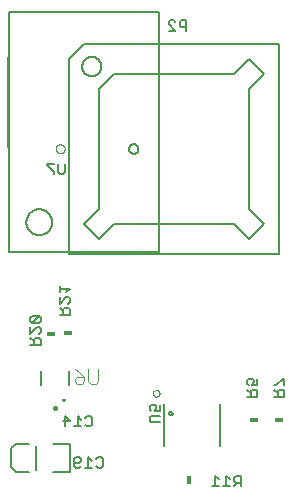
<source format=gbr>
G04 EAGLE Gerber RS-274X export*
G75*
%MOMM*%
%FSLAX34Y34*%
%LPD*%
%INSilkscreen Bottom*%
%IPPOS*%
%AMOC8*
5,1,8,0,0,1.08239X$1,22.5*%
G01*
%ADD10C,0.101600*%
%ADD11C,0.203200*%
%ADD12C,0.127000*%
%ADD13C,0.152400*%
%ADD14R,0.406400X0.711200*%
%ADD15R,0.762000X0.457200*%
%ADD16C,0.406400*%
%ADD17R,0.711200X0.406400*%
%ADD18C,0.076200*%


D10*
X124160Y111760D02*
X124162Y111866D01*
X124168Y111972D01*
X124178Y112078D01*
X124192Y112183D01*
X124210Y112288D01*
X124231Y112392D01*
X124257Y112495D01*
X124286Y112597D01*
X124319Y112698D01*
X124356Y112798D01*
X124397Y112896D01*
X124441Y112992D01*
X124489Y113087D01*
X124540Y113180D01*
X124595Y113271D01*
X124653Y113360D01*
X124715Y113446D01*
X124780Y113531D01*
X124847Y113612D01*
X124918Y113692D01*
X124992Y113768D01*
X125068Y113842D01*
X125148Y113913D01*
X125229Y113980D01*
X125314Y114045D01*
X125400Y114107D01*
X125489Y114165D01*
X125580Y114220D01*
X125673Y114271D01*
X125768Y114319D01*
X125864Y114363D01*
X125962Y114404D01*
X126062Y114441D01*
X126163Y114474D01*
X126265Y114503D01*
X126368Y114529D01*
X126472Y114550D01*
X126577Y114568D01*
X126682Y114582D01*
X126788Y114592D01*
X126894Y114598D01*
X127000Y114600D01*
X127106Y114598D01*
X127212Y114592D01*
X127318Y114582D01*
X127423Y114568D01*
X127528Y114550D01*
X127632Y114529D01*
X127735Y114503D01*
X127837Y114474D01*
X127938Y114441D01*
X128038Y114404D01*
X128136Y114363D01*
X128232Y114319D01*
X128327Y114271D01*
X128420Y114220D01*
X128511Y114165D01*
X128600Y114107D01*
X128686Y114045D01*
X128771Y113980D01*
X128852Y113913D01*
X128932Y113842D01*
X129008Y113768D01*
X129082Y113692D01*
X129153Y113612D01*
X129220Y113531D01*
X129285Y113446D01*
X129347Y113360D01*
X129405Y113271D01*
X129460Y113180D01*
X129511Y113087D01*
X129559Y112992D01*
X129603Y112896D01*
X129644Y112798D01*
X129681Y112698D01*
X129714Y112597D01*
X129743Y112495D01*
X129769Y112392D01*
X129790Y112288D01*
X129808Y112183D01*
X129822Y112078D01*
X129832Y111972D01*
X129838Y111866D01*
X129840Y111760D01*
X129838Y111654D01*
X129832Y111548D01*
X129822Y111442D01*
X129808Y111337D01*
X129790Y111232D01*
X129769Y111128D01*
X129743Y111025D01*
X129714Y110923D01*
X129681Y110822D01*
X129644Y110722D01*
X129603Y110624D01*
X129559Y110528D01*
X129511Y110433D01*
X129460Y110340D01*
X129405Y110249D01*
X129347Y110160D01*
X129285Y110074D01*
X129220Y109989D01*
X129153Y109908D01*
X129082Y109828D01*
X129008Y109752D01*
X128932Y109678D01*
X128852Y109607D01*
X128771Y109540D01*
X128686Y109475D01*
X128600Y109413D01*
X128511Y109355D01*
X128420Y109300D01*
X128327Y109249D01*
X128232Y109201D01*
X128136Y109157D01*
X128038Y109116D01*
X127938Y109079D01*
X127837Y109046D01*
X127735Y109017D01*
X127632Y108991D01*
X127528Y108970D01*
X127423Y108952D01*
X127318Y108938D01*
X127212Y108928D01*
X127106Y108922D01*
X127000Y108920D01*
X126894Y108922D01*
X126788Y108928D01*
X126682Y108938D01*
X126577Y108952D01*
X126472Y108970D01*
X126368Y108991D01*
X126265Y109017D01*
X126163Y109046D01*
X126062Y109079D01*
X125962Y109116D01*
X125864Y109157D01*
X125768Y109201D01*
X125673Y109249D01*
X125580Y109300D01*
X125489Y109355D01*
X125400Y109413D01*
X125314Y109475D01*
X125229Y109540D01*
X125148Y109607D01*
X125068Y109678D01*
X124992Y109752D01*
X124918Y109828D01*
X124847Y109908D01*
X124780Y109989D01*
X124715Y110074D01*
X124653Y110160D01*
X124595Y110249D01*
X124540Y110340D01*
X124489Y110433D01*
X124441Y110528D01*
X124397Y110624D01*
X124356Y110722D01*
X124319Y110822D01*
X124286Y110923D01*
X124257Y111025D01*
X124231Y111128D01*
X124210Y111232D01*
X124192Y111337D01*
X124178Y111442D01*
X124168Y111548D01*
X124162Y111654D01*
X124160Y111760D01*
X41910Y318770D02*
X41912Y318893D01*
X41918Y319017D01*
X41928Y319140D01*
X41942Y319262D01*
X41960Y319384D01*
X41982Y319506D01*
X42007Y319626D01*
X42037Y319746D01*
X42071Y319865D01*
X42108Y319983D01*
X42149Y320099D01*
X42194Y320214D01*
X42243Y320327D01*
X42295Y320439D01*
X42351Y320549D01*
X42410Y320657D01*
X42473Y320763D01*
X42539Y320867D01*
X42609Y320969D01*
X42682Y321069D01*
X42758Y321166D01*
X42837Y321261D01*
X42919Y321353D01*
X43004Y321442D01*
X43092Y321529D01*
X43183Y321612D01*
X43276Y321693D01*
X43372Y321771D01*
X43471Y321845D01*
X43571Y321916D01*
X43674Y321984D01*
X43779Y322049D01*
X43887Y322110D01*
X43996Y322168D01*
X44107Y322222D01*
X44219Y322272D01*
X44334Y322319D01*
X44449Y322362D01*
X44566Y322401D01*
X44684Y322437D01*
X44804Y322468D01*
X44924Y322496D01*
X45045Y322520D01*
X45167Y322540D01*
X45289Y322556D01*
X45412Y322568D01*
X45535Y322576D01*
X45658Y322580D01*
X45782Y322580D01*
X45905Y322576D01*
X46028Y322568D01*
X46151Y322556D01*
X46273Y322540D01*
X46395Y322520D01*
X46516Y322496D01*
X46636Y322468D01*
X46756Y322437D01*
X46874Y322401D01*
X46991Y322362D01*
X47106Y322319D01*
X47221Y322272D01*
X47333Y322222D01*
X47444Y322168D01*
X47553Y322110D01*
X47661Y322049D01*
X47766Y321984D01*
X47869Y321916D01*
X47969Y321845D01*
X48068Y321771D01*
X48164Y321693D01*
X48257Y321612D01*
X48348Y321529D01*
X48436Y321442D01*
X48521Y321353D01*
X48603Y321261D01*
X48682Y321166D01*
X48758Y321069D01*
X48831Y320969D01*
X48901Y320867D01*
X48967Y320763D01*
X49030Y320657D01*
X49089Y320549D01*
X49145Y320439D01*
X49197Y320327D01*
X49246Y320214D01*
X49291Y320099D01*
X49332Y319983D01*
X49369Y319865D01*
X49403Y319746D01*
X49433Y319626D01*
X49458Y319506D01*
X49480Y319384D01*
X49498Y319262D01*
X49512Y319140D01*
X49522Y319017D01*
X49528Y318893D01*
X49530Y318770D01*
X49528Y318647D01*
X49522Y318523D01*
X49512Y318400D01*
X49498Y318278D01*
X49480Y318156D01*
X49458Y318034D01*
X49433Y317914D01*
X49403Y317794D01*
X49369Y317675D01*
X49332Y317557D01*
X49291Y317441D01*
X49246Y317326D01*
X49197Y317213D01*
X49145Y317101D01*
X49089Y316991D01*
X49030Y316883D01*
X48967Y316777D01*
X48901Y316673D01*
X48831Y316571D01*
X48758Y316471D01*
X48682Y316374D01*
X48603Y316279D01*
X48521Y316187D01*
X48436Y316098D01*
X48348Y316011D01*
X48257Y315928D01*
X48164Y315847D01*
X48068Y315769D01*
X47969Y315695D01*
X47869Y315624D01*
X47766Y315556D01*
X47661Y315491D01*
X47553Y315430D01*
X47444Y315372D01*
X47333Y315318D01*
X47221Y315268D01*
X47106Y315221D01*
X46991Y315178D01*
X46874Y315139D01*
X46756Y315103D01*
X46636Y315072D01*
X46516Y315044D01*
X46395Y315020D01*
X46273Y315000D01*
X46151Y314984D01*
X46028Y314972D01*
X45905Y314964D01*
X45782Y314960D01*
X45658Y314960D01*
X45535Y314964D01*
X45412Y314972D01*
X45289Y314984D01*
X45167Y315000D01*
X45045Y315020D01*
X44924Y315044D01*
X44804Y315072D01*
X44684Y315103D01*
X44566Y315139D01*
X44449Y315178D01*
X44334Y315221D01*
X44219Y315268D01*
X44107Y315318D01*
X43996Y315372D01*
X43887Y315430D01*
X43779Y315491D01*
X43674Y315556D01*
X43571Y315624D01*
X43471Y315695D01*
X43372Y315769D01*
X43276Y315847D01*
X43183Y315928D01*
X43092Y316011D01*
X43004Y316098D01*
X42919Y316187D01*
X42837Y316279D01*
X42758Y316374D01*
X42682Y316471D01*
X42609Y316571D01*
X42539Y316673D01*
X42473Y316777D01*
X42410Y316883D01*
X42351Y316991D01*
X42295Y317101D01*
X42243Y317213D01*
X42194Y317326D01*
X42149Y317441D01*
X42108Y317557D01*
X42071Y317675D01*
X42037Y317794D01*
X42007Y317914D01*
X41982Y318034D01*
X41960Y318156D01*
X41942Y318278D01*
X41928Y318400D01*
X41918Y318523D01*
X41912Y318647D01*
X41910Y318770D01*
D11*
X39210Y45150D02*
X54210Y45150D01*
X54210Y69150D01*
X39210Y69150D01*
X19210Y45150D02*
X8210Y45150D01*
X4210Y49150D01*
X4210Y65150D01*
X8210Y69150D01*
X19210Y69150D01*
D12*
X25400Y67310D02*
X25400Y46990D01*
D13*
X76026Y56065D02*
X77466Y57505D01*
X80347Y57505D01*
X81788Y56065D01*
X81788Y50303D01*
X80347Y48862D01*
X77466Y48862D01*
X76026Y50303D01*
X72433Y54624D02*
X69552Y57505D01*
X69552Y48862D01*
X72433Y48862D02*
X66671Y48862D01*
X63078Y50303D02*
X61637Y48862D01*
X58756Y48862D01*
X57315Y50303D01*
X57315Y56065D01*
X58756Y57505D01*
X61637Y57505D01*
X63078Y56065D01*
X63078Y54624D01*
X61637Y53184D01*
X57315Y53184D01*
D14*
X154940Y38100D03*
D13*
X198628Y41790D02*
X198628Y33147D01*
X198628Y41790D02*
X194306Y41790D01*
X192866Y40350D01*
X192866Y37469D01*
X194306Y36028D01*
X198628Y36028D01*
X195747Y36028D02*
X192866Y33147D01*
X189273Y38909D02*
X186392Y41790D01*
X186392Y33147D01*
X189273Y33147D02*
X183511Y33147D01*
X179918Y38909D02*
X177037Y41790D01*
X177037Y33147D01*
X179918Y33147D02*
X174155Y33147D01*
D15*
X209550Y88900D03*
D13*
X212605Y109052D02*
X203962Y109052D01*
X212605Y109052D02*
X212605Y113373D01*
X211165Y114814D01*
X208284Y114814D01*
X206843Y113373D01*
X206843Y109052D01*
X206843Y111933D02*
X203962Y114814D01*
X212605Y118407D02*
X212605Y124169D01*
X212605Y118407D02*
X208284Y118407D01*
X209724Y121288D01*
X209724Y122729D01*
X208284Y124169D01*
X205403Y124169D01*
X203962Y122729D01*
X203962Y119847D01*
X205403Y118407D01*
D15*
X231140Y88900D03*
D13*
X226822Y109052D02*
X235465Y109052D01*
X235465Y113373D01*
X234025Y114814D01*
X231144Y114814D01*
X229703Y113373D01*
X229703Y109052D01*
X229703Y111933D02*
X226822Y114814D01*
X235465Y118407D02*
X235465Y124169D01*
X234025Y124169D01*
X228263Y118407D01*
X226822Y118407D01*
D12*
X231140Y229870D02*
X53340Y229870D01*
X231140Y229870D02*
X231140Y407670D01*
X66040Y407670D01*
X53340Y394970D01*
X53340Y229870D01*
X78740Y242570D02*
X66040Y255270D01*
X78740Y267970D01*
X78740Y369570D01*
X91440Y382270D01*
X193040Y382270D01*
X205740Y394970D01*
X218440Y382270D01*
X205740Y369570D01*
X205740Y267970D01*
X218440Y255270D01*
X205740Y242570D01*
X193040Y255270D01*
X91440Y255270D01*
X78740Y242570D01*
X64258Y388620D02*
X64260Y388820D01*
X64268Y389019D01*
X64280Y389218D01*
X64297Y389417D01*
X64319Y389615D01*
X64346Y389813D01*
X64378Y390010D01*
X64414Y390206D01*
X64456Y390402D01*
X64502Y390596D01*
X64553Y390789D01*
X64608Y390981D01*
X64668Y391171D01*
X64733Y391360D01*
X64803Y391547D01*
X64877Y391732D01*
X64956Y391915D01*
X65039Y392097D01*
X65126Y392276D01*
X65218Y392453D01*
X65314Y392628D01*
X65415Y392801D01*
X65520Y392971D01*
X65628Y393138D01*
X65741Y393302D01*
X65858Y393464D01*
X65979Y393623D01*
X66104Y393779D01*
X66232Y393932D01*
X66365Y394081D01*
X66500Y394227D01*
X66640Y394370D01*
X66783Y394510D01*
X66929Y394645D01*
X67078Y394778D01*
X67231Y394906D01*
X67387Y395031D01*
X67546Y395152D01*
X67708Y395269D01*
X67872Y395382D01*
X68039Y395490D01*
X68209Y395595D01*
X68382Y395696D01*
X68557Y395792D01*
X68734Y395884D01*
X68913Y395971D01*
X69095Y396054D01*
X69278Y396133D01*
X69463Y396207D01*
X69650Y396277D01*
X69839Y396342D01*
X70029Y396402D01*
X70221Y396457D01*
X70414Y396508D01*
X70608Y396554D01*
X70804Y396596D01*
X71000Y396632D01*
X71197Y396664D01*
X71395Y396691D01*
X71593Y396713D01*
X71792Y396730D01*
X71991Y396742D01*
X72190Y396750D01*
X72390Y396752D01*
X72590Y396750D01*
X72789Y396742D01*
X72988Y396730D01*
X73187Y396713D01*
X73385Y396691D01*
X73583Y396664D01*
X73780Y396632D01*
X73976Y396596D01*
X74172Y396554D01*
X74366Y396508D01*
X74559Y396457D01*
X74751Y396402D01*
X74941Y396342D01*
X75130Y396277D01*
X75317Y396207D01*
X75502Y396133D01*
X75685Y396054D01*
X75867Y395971D01*
X76046Y395884D01*
X76223Y395792D01*
X76398Y395696D01*
X76571Y395595D01*
X76741Y395490D01*
X76908Y395382D01*
X77072Y395269D01*
X77234Y395152D01*
X77393Y395031D01*
X77549Y394906D01*
X77702Y394778D01*
X77851Y394645D01*
X77997Y394510D01*
X78140Y394370D01*
X78280Y394227D01*
X78415Y394081D01*
X78548Y393932D01*
X78676Y393779D01*
X78801Y393623D01*
X78922Y393464D01*
X79039Y393302D01*
X79152Y393138D01*
X79260Y392971D01*
X79365Y392801D01*
X79466Y392628D01*
X79562Y392453D01*
X79654Y392276D01*
X79741Y392097D01*
X79824Y391915D01*
X79903Y391732D01*
X79977Y391547D01*
X80047Y391360D01*
X80112Y391171D01*
X80172Y390981D01*
X80227Y390789D01*
X80278Y390596D01*
X80324Y390402D01*
X80366Y390206D01*
X80402Y390010D01*
X80434Y389813D01*
X80461Y389615D01*
X80483Y389417D01*
X80500Y389218D01*
X80512Y389019D01*
X80520Y388820D01*
X80522Y388620D01*
X80520Y388420D01*
X80512Y388221D01*
X80500Y388022D01*
X80483Y387823D01*
X80461Y387625D01*
X80434Y387427D01*
X80402Y387230D01*
X80366Y387034D01*
X80324Y386838D01*
X80278Y386644D01*
X80227Y386451D01*
X80172Y386259D01*
X80112Y386069D01*
X80047Y385880D01*
X79977Y385693D01*
X79903Y385508D01*
X79824Y385325D01*
X79741Y385143D01*
X79654Y384964D01*
X79562Y384787D01*
X79466Y384612D01*
X79365Y384439D01*
X79260Y384269D01*
X79152Y384102D01*
X79039Y383938D01*
X78922Y383776D01*
X78801Y383617D01*
X78676Y383461D01*
X78548Y383308D01*
X78415Y383159D01*
X78280Y383013D01*
X78140Y382870D01*
X77997Y382730D01*
X77851Y382595D01*
X77702Y382462D01*
X77549Y382334D01*
X77393Y382209D01*
X77234Y382088D01*
X77072Y381971D01*
X76908Y381858D01*
X76741Y381750D01*
X76571Y381645D01*
X76398Y381544D01*
X76223Y381448D01*
X76046Y381356D01*
X75867Y381269D01*
X75685Y381186D01*
X75502Y381107D01*
X75317Y381033D01*
X75130Y380963D01*
X74941Y380898D01*
X74751Y380838D01*
X74559Y380783D01*
X74366Y380732D01*
X74172Y380686D01*
X73976Y380644D01*
X73780Y380608D01*
X73583Y380576D01*
X73385Y380549D01*
X73187Y380527D01*
X72988Y380510D01*
X72789Y380498D01*
X72590Y380490D01*
X72390Y380488D01*
X72190Y380490D01*
X71991Y380498D01*
X71792Y380510D01*
X71593Y380527D01*
X71395Y380549D01*
X71197Y380576D01*
X71000Y380608D01*
X70804Y380644D01*
X70608Y380686D01*
X70414Y380732D01*
X70221Y380783D01*
X70029Y380838D01*
X69839Y380898D01*
X69650Y380963D01*
X69463Y381033D01*
X69278Y381107D01*
X69095Y381186D01*
X68913Y381269D01*
X68734Y381356D01*
X68557Y381448D01*
X68382Y381544D01*
X68209Y381645D01*
X68039Y381750D01*
X67872Y381858D01*
X67708Y381971D01*
X67546Y382088D01*
X67387Y382209D01*
X67231Y382334D01*
X67078Y382462D01*
X66929Y382595D01*
X66783Y382730D01*
X66640Y382870D01*
X66500Y383013D01*
X66365Y383159D01*
X66232Y383308D01*
X66104Y383461D01*
X65979Y383617D01*
X65858Y383776D01*
X65741Y383938D01*
X65628Y384102D01*
X65520Y384269D01*
X65415Y384439D01*
X65314Y384612D01*
X65218Y384787D01*
X65126Y384964D01*
X65039Y385143D01*
X64956Y385325D01*
X64877Y385508D01*
X64803Y385693D01*
X64733Y385880D01*
X64668Y386069D01*
X64608Y386259D01*
X64553Y386451D01*
X64502Y386644D01*
X64456Y386838D01*
X64414Y387034D01*
X64378Y387230D01*
X64346Y387427D01*
X64319Y387625D01*
X64297Y387823D01*
X64280Y388022D01*
X64268Y388221D01*
X64260Y388420D01*
X64258Y388620D01*
X103934Y318770D02*
X103936Y318896D01*
X103942Y319022D01*
X103952Y319148D01*
X103966Y319273D01*
X103983Y319398D01*
X104005Y319523D01*
X104031Y319646D01*
X104060Y319769D01*
X104093Y319890D01*
X104131Y320011D01*
X104171Y320130D01*
X104216Y320248D01*
X104264Y320365D01*
X104316Y320480D01*
X104372Y320593D01*
X104431Y320705D01*
X104493Y320814D01*
X104559Y320922D01*
X104628Y321027D01*
X104701Y321131D01*
X104777Y321231D01*
X104856Y321330D01*
X104938Y321426D01*
X105022Y321519D01*
X105110Y321610D01*
X105201Y321698D01*
X105294Y321782D01*
X105390Y321864D01*
X105489Y321943D01*
X105589Y322019D01*
X105693Y322092D01*
X105798Y322161D01*
X105906Y322227D01*
X106015Y322289D01*
X106127Y322348D01*
X106240Y322404D01*
X106355Y322456D01*
X106472Y322504D01*
X106590Y322549D01*
X106709Y322589D01*
X106830Y322627D01*
X106951Y322660D01*
X107074Y322689D01*
X107197Y322715D01*
X107322Y322737D01*
X107447Y322754D01*
X107572Y322768D01*
X107698Y322778D01*
X107824Y322784D01*
X107950Y322786D01*
X108076Y322784D01*
X108202Y322778D01*
X108328Y322768D01*
X108453Y322754D01*
X108578Y322737D01*
X108703Y322715D01*
X108826Y322689D01*
X108949Y322660D01*
X109070Y322627D01*
X109191Y322589D01*
X109310Y322549D01*
X109428Y322504D01*
X109545Y322456D01*
X109660Y322404D01*
X109773Y322348D01*
X109885Y322289D01*
X109994Y322227D01*
X110102Y322161D01*
X110207Y322092D01*
X110311Y322019D01*
X110411Y321943D01*
X110510Y321864D01*
X110606Y321782D01*
X110699Y321698D01*
X110790Y321610D01*
X110878Y321519D01*
X110962Y321426D01*
X111044Y321330D01*
X111123Y321231D01*
X111199Y321131D01*
X111272Y321027D01*
X111341Y320922D01*
X111407Y320814D01*
X111469Y320705D01*
X111528Y320593D01*
X111584Y320480D01*
X111636Y320365D01*
X111684Y320248D01*
X111729Y320130D01*
X111769Y320011D01*
X111807Y319890D01*
X111840Y319769D01*
X111869Y319646D01*
X111895Y319523D01*
X111917Y319398D01*
X111934Y319273D01*
X111948Y319148D01*
X111958Y319022D01*
X111964Y318896D01*
X111966Y318770D01*
X111964Y318644D01*
X111958Y318518D01*
X111948Y318392D01*
X111934Y318267D01*
X111917Y318142D01*
X111895Y318017D01*
X111869Y317894D01*
X111840Y317771D01*
X111807Y317650D01*
X111769Y317529D01*
X111729Y317410D01*
X111684Y317292D01*
X111636Y317175D01*
X111584Y317060D01*
X111528Y316947D01*
X111469Y316835D01*
X111407Y316726D01*
X111341Y316618D01*
X111272Y316513D01*
X111199Y316409D01*
X111123Y316309D01*
X111044Y316210D01*
X110962Y316114D01*
X110878Y316021D01*
X110790Y315930D01*
X110699Y315842D01*
X110606Y315758D01*
X110510Y315676D01*
X110411Y315597D01*
X110311Y315521D01*
X110207Y315448D01*
X110102Y315379D01*
X109994Y315313D01*
X109885Y315251D01*
X109773Y315192D01*
X109660Y315136D01*
X109545Y315084D01*
X109428Y315036D01*
X109310Y314991D01*
X109191Y314951D01*
X109070Y314913D01*
X108949Y314880D01*
X108826Y314851D01*
X108703Y314825D01*
X108578Y314803D01*
X108453Y314786D01*
X108328Y314772D01*
X108202Y314762D01*
X108076Y314756D01*
X107950Y314754D01*
X107824Y314756D01*
X107698Y314762D01*
X107572Y314772D01*
X107447Y314786D01*
X107322Y314803D01*
X107197Y314825D01*
X107074Y314851D01*
X106951Y314880D01*
X106830Y314913D01*
X106709Y314951D01*
X106590Y314991D01*
X106472Y315036D01*
X106355Y315084D01*
X106240Y315136D01*
X106127Y315192D01*
X106015Y315251D01*
X105906Y315313D01*
X105798Y315379D01*
X105693Y315448D01*
X105589Y315521D01*
X105489Y315597D01*
X105390Y315676D01*
X105294Y315758D01*
X105201Y315842D01*
X105110Y315930D01*
X105022Y316021D01*
X104938Y316114D01*
X104856Y316210D01*
X104777Y316309D01*
X104701Y316409D01*
X104628Y316513D01*
X104559Y316618D01*
X104493Y316726D01*
X104431Y316835D01*
X104372Y316947D01*
X104316Y317060D01*
X104264Y317175D01*
X104216Y317292D01*
X104171Y317410D01*
X104131Y317529D01*
X104093Y317650D01*
X104060Y317771D01*
X104031Y317894D01*
X104005Y318017D01*
X103983Y318142D01*
X103966Y318267D01*
X103952Y318392D01*
X103942Y318518D01*
X103936Y318644D01*
X103934Y318770D01*
D13*
X49444Y306331D02*
X49444Y299129D01*
X48004Y297688D01*
X45123Y297688D01*
X43682Y299129D01*
X43682Y306331D01*
X40089Y306331D02*
X34327Y306331D01*
X34327Y304891D01*
X40089Y299129D01*
X40089Y297688D01*
D12*
X17018Y256800D02*
X17021Y257068D01*
X17031Y257336D01*
X17048Y257603D01*
X17071Y257871D01*
X17100Y258137D01*
X17136Y258403D01*
X17179Y258667D01*
X17228Y258931D01*
X17283Y259193D01*
X17345Y259454D01*
X17414Y259713D01*
X17488Y259970D01*
X17569Y260226D01*
X17656Y260480D01*
X17750Y260731D01*
X17849Y260980D01*
X17955Y261226D01*
X18067Y261470D01*
X18184Y261711D01*
X18308Y261949D01*
X18437Y262183D01*
X18572Y262415D01*
X18713Y262643D01*
X18859Y262868D01*
X19010Y263089D01*
X19167Y263306D01*
X19330Y263520D01*
X19497Y263729D01*
X19670Y263934D01*
X19847Y264135D01*
X20030Y264331D01*
X20217Y264523D01*
X20409Y264710D01*
X20605Y264893D01*
X20806Y265070D01*
X21011Y265243D01*
X21220Y265410D01*
X21434Y265573D01*
X21651Y265730D01*
X21872Y265881D01*
X22097Y266027D01*
X22325Y266168D01*
X22557Y266303D01*
X22791Y266432D01*
X23029Y266556D01*
X23270Y266673D01*
X23514Y266785D01*
X23760Y266891D01*
X24009Y266990D01*
X24260Y267084D01*
X24514Y267171D01*
X24770Y267252D01*
X25027Y267326D01*
X25286Y267395D01*
X25547Y267457D01*
X25809Y267512D01*
X26073Y267561D01*
X26337Y267604D01*
X26603Y267640D01*
X26869Y267669D01*
X27137Y267692D01*
X27404Y267709D01*
X27672Y267719D01*
X27940Y267722D01*
X28208Y267719D01*
X28476Y267709D01*
X28743Y267692D01*
X29011Y267669D01*
X29277Y267640D01*
X29543Y267604D01*
X29807Y267561D01*
X30071Y267512D01*
X30333Y267457D01*
X30594Y267395D01*
X30853Y267326D01*
X31110Y267252D01*
X31366Y267171D01*
X31620Y267084D01*
X31871Y266990D01*
X32120Y266891D01*
X32366Y266785D01*
X32610Y266673D01*
X32851Y266556D01*
X33089Y266432D01*
X33323Y266303D01*
X33555Y266168D01*
X33783Y266027D01*
X34008Y265881D01*
X34229Y265730D01*
X34446Y265573D01*
X34660Y265410D01*
X34869Y265243D01*
X35074Y265070D01*
X35275Y264893D01*
X35471Y264710D01*
X35663Y264523D01*
X35850Y264331D01*
X36033Y264135D01*
X36210Y263934D01*
X36383Y263729D01*
X36550Y263520D01*
X36713Y263306D01*
X36870Y263089D01*
X37021Y262868D01*
X37167Y262643D01*
X37308Y262415D01*
X37443Y262183D01*
X37572Y261949D01*
X37696Y261711D01*
X37813Y261470D01*
X37925Y261226D01*
X38031Y260980D01*
X38130Y260731D01*
X38224Y260480D01*
X38311Y260226D01*
X38392Y259970D01*
X38466Y259713D01*
X38535Y259454D01*
X38597Y259193D01*
X38652Y258931D01*
X38701Y258667D01*
X38744Y258403D01*
X38780Y258137D01*
X38809Y257871D01*
X38832Y257603D01*
X38849Y257336D01*
X38859Y257068D01*
X38862Y256800D01*
X38859Y256532D01*
X38849Y256264D01*
X38832Y255997D01*
X38809Y255729D01*
X38780Y255463D01*
X38744Y255197D01*
X38701Y254933D01*
X38652Y254669D01*
X38597Y254407D01*
X38535Y254146D01*
X38466Y253887D01*
X38392Y253630D01*
X38311Y253374D01*
X38224Y253120D01*
X38130Y252869D01*
X38031Y252620D01*
X37925Y252374D01*
X37813Y252130D01*
X37696Y251889D01*
X37572Y251651D01*
X37443Y251417D01*
X37308Y251185D01*
X37167Y250957D01*
X37021Y250732D01*
X36870Y250511D01*
X36713Y250294D01*
X36550Y250080D01*
X36383Y249871D01*
X36210Y249666D01*
X36033Y249465D01*
X35850Y249269D01*
X35663Y249077D01*
X35471Y248890D01*
X35275Y248707D01*
X35074Y248530D01*
X34869Y248357D01*
X34660Y248190D01*
X34446Y248027D01*
X34229Y247870D01*
X34008Y247719D01*
X33783Y247573D01*
X33555Y247432D01*
X33323Y247297D01*
X33089Y247168D01*
X32851Y247044D01*
X32610Y246927D01*
X32366Y246815D01*
X32120Y246709D01*
X31871Y246610D01*
X31620Y246516D01*
X31366Y246429D01*
X31110Y246348D01*
X30853Y246274D01*
X30594Y246205D01*
X30333Y246143D01*
X30071Y246088D01*
X29807Y246039D01*
X29543Y245996D01*
X29277Y245960D01*
X29011Y245931D01*
X28743Y245908D01*
X28476Y245891D01*
X28208Y245881D01*
X27940Y245878D01*
X27672Y245881D01*
X27404Y245891D01*
X27137Y245908D01*
X26869Y245931D01*
X26603Y245960D01*
X26337Y245996D01*
X26073Y246039D01*
X25809Y246088D01*
X25547Y246143D01*
X25286Y246205D01*
X25027Y246274D01*
X24770Y246348D01*
X24514Y246429D01*
X24260Y246516D01*
X24009Y246610D01*
X23760Y246709D01*
X23514Y246815D01*
X23270Y246927D01*
X23029Y247044D01*
X22791Y247168D01*
X22557Y247297D01*
X22325Y247432D01*
X22097Y247573D01*
X21872Y247719D01*
X21651Y247870D01*
X21434Y248027D01*
X21220Y248190D01*
X21011Y248357D01*
X20806Y248530D01*
X20605Y248707D01*
X20409Y248890D01*
X20217Y249077D01*
X20030Y249269D01*
X19847Y249465D01*
X19670Y249666D01*
X19497Y249871D01*
X19330Y250080D01*
X19167Y250294D01*
X19010Y250511D01*
X18859Y250732D01*
X18713Y250957D01*
X18572Y251185D01*
X18437Y251417D01*
X18308Y251651D01*
X18184Y251889D01*
X18067Y252130D01*
X17955Y252374D01*
X17849Y252620D01*
X17750Y252869D01*
X17656Y253120D01*
X17569Y253374D01*
X17488Y253630D01*
X17414Y253887D01*
X17345Y254146D01*
X17283Y254407D01*
X17228Y254669D01*
X17179Y254933D01*
X17136Y255197D01*
X17100Y255463D01*
X17071Y255729D01*
X17048Y255997D01*
X17031Y256264D01*
X17021Y256532D01*
X17018Y256800D01*
X2540Y231400D02*
X2540Y434600D01*
X129540Y434600D01*
X129540Y231400D01*
X2540Y231400D01*
D13*
X152568Y418852D02*
X152568Y427495D01*
X148247Y427495D01*
X146806Y426055D01*
X146806Y423174D01*
X148247Y421733D01*
X152568Y421733D01*
X143213Y418852D02*
X137451Y418852D01*
X143213Y418852D02*
X137451Y424614D01*
X137451Y426055D01*
X138892Y427495D01*
X141773Y427495D01*
X143213Y426055D01*
X181100Y103120D02*
X181100Y67060D01*
X133860Y67060D02*
X133860Y103120D01*
D11*
X138010Y94996D02*
X138012Y95071D01*
X138018Y95146D01*
X138028Y95221D01*
X138041Y95295D01*
X138059Y95368D01*
X138080Y95440D01*
X138105Y95511D01*
X138134Y95580D01*
X138167Y95648D01*
X138202Y95714D01*
X138242Y95778D01*
X138284Y95840D01*
X138330Y95900D01*
X138379Y95957D01*
X138431Y96011D01*
X138485Y96063D01*
X138542Y96112D01*
X138602Y96158D01*
X138664Y96200D01*
X138728Y96240D01*
X138794Y96275D01*
X138862Y96308D01*
X138931Y96337D01*
X139002Y96362D01*
X139074Y96383D01*
X139147Y96401D01*
X139221Y96414D01*
X139296Y96424D01*
X139371Y96430D01*
X139446Y96432D01*
X139521Y96430D01*
X139596Y96424D01*
X139671Y96414D01*
X139745Y96401D01*
X139818Y96383D01*
X139890Y96362D01*
X139961Y96337D01*
X140030Y96308D01*
X140098Y96275D01*
X140164Y96240D01*
X140228Y96200D01*
X140290Y96158D01*
X140350Y96112D01*
X140407Y96063D01*
X140461Y96011D01*
X140513Y95957D01*
X140562Y95900D01*
X140608Y95840D01*
X140650Y95778D01*
X140690Y95714D01*
X140725Y95648D01*
X140758Y95580D01*
X140787Y95511D01*
X140812Y95440D01*
X140833Y95368D01*
X140851Y95295D01*
X140864Y95221D01*
X140874Y95146D01*
X140880Y95071D01*
X140882Y94996D01*
X140880Y94921D01*
X140874Y94846D01*
X140864Y94771D01*
X140851Y94697D01*
X140833Y94624D01*
X140812Y94552D01*
X140787Y94481D01*
X140758Y94412D01*
X140725Y94344D01*
X140690Y94278D01*
X140650Y94214D01*
X140608Y94152D01*
X140562Y94092D01*
X140513Y94035D01*
X140461Y93981D01*
X140407Y93929D01*
X140350Y93880D01*
X140290Y93834D01*
X140228Y93792D01*
X140164Y93752D01*
X140098Y93717D01*
X140030Y93684D01*
X139961Y93655D01*
X139890Y93630D01*
X139818Y93609D01*
X139745Y93591D01*
X139671Y93578D01*
X139596Y93568D01*
X139521Y93562D01*
X139446Y93560D01*
X139371Y93562D01*
X139296Y93568D01*
X139221Y93578D01*
X139147Y93591D01*
X139074Y93609D01*
X139002Y93630D01*
X138931Y93655D01*
X138862Y93684D01*
X138794Y93717D01*
X138728Y93752D01*
X138664Y93792D01*
X138602Y93834D01*
X138542Y93880D01*
X138485Y93929D01*
X138431Y93981D01*
X138379Y94035D01*
X138330Y94092D01*
X138284Y94152D01*
X138242Y94214D01*
X138202Y94278D01*
X138167Y94344D01*
X138134Y94412D01*
X138105Y94481D01*
X138080Y94552D01*
X138059Y94624D01*
X138041Y94697D01*
X138028Y94771D01*
X138018Y94846D01*
X138012Y94921D01*
X138010Y94996D01*
D13*
X130055Y87122D02*
X122853Y87122D01*
X121412Y88563D01*
X121412Y91444D01*
X122853Y92884D01*
X130055Y92884D01*
X130055Y96477D02*
X130055Y102239D01*
X130055Y96477D02*
X125734Y96477D01*
X127174Y99358D01*
X127174Y100799D01*
X125734Y102239D01*
X122853Y102239D01*
X121412Y100799D01*
X121412Y97918D01*
X122853Y96477D01*
D16*
X41402Y99009D02*
X41402Y99619D01*
D13*
X67007Y90896D02*
X68448Y92336D01*
X71329Y92336D01*
X72770Y90896D01*
X72770Y85134D01*
X71329Y83693D01*
X68448Y83693D01*
X67007Y85134D01*
X63414Y89455D02*
X60533Y92336D01*
X60533Y83693D01*
X63414Y83693D02*
X57652Y83693D01*
X49738Y83693D02*
X49738Y92336D01*
X54059Y88015D01*
X48297Y88015D01*
D17*
X38100Y162306D03*
D13*
X29090Y152908D02*
X20447Y152908D01*
X29090Y152908D02*
X29090Y157230D01*
X27650Y158670D01*
X24769Y158670D01*
X23328Y157230D01*
X23328Y152908D01*
X23328Y155789D02*
X20447Y158670D01*
X20447Y162263D02*
X20447Y168025D01*
X20447Y162263D02*
X26209Y168025D01*
X27650Y168025D01*
X29090Y166585D01*
X29090Y163704D01*
X27650Y162263D01*
X27650Y171618D02*
X21888Y171618D01*
X27650Y171618D02*
X29090Y173059D01*
X29090Y175940D01*
X27650Y177381D01*
X21888Y177381D01*
X20447Y175940D01*
X20447Y173059D01*
X21888Y171618D01*
X27650Y177381D01*
D17*
X52070Y162560D03*
D13*
X53855Y178436D02*
X45212Y178436D01*
X53855Y178436D02*
X53855Y182758D01*
X52415Y184199D01*
X49534Y184199D01*
X48093Y182758D01*
X48093Y178436D01*
X48093Y181318D02*
X45212Y184199D01*
X45212Y187792D02*
X45212Y193554D01*
X45212Y187792D02*
X50974Y193554D01*
X52415Y193554D01*
X53855Y192113D01*
X53855Y189232D01*
X52415Y187792D01*
X50974Y197147D02*
X53855Y200028D01*
X45212Y200028D01*
X45212Y197147D02*
X45212Y202909D01*
D12*
X1270Y320040D02*
X1270Y396240D01*
D13*
X29464Y130302D02*
X29464Y119126D01*
X52832Y119126D02*
X52832Y130302D01*
X49530Y106680D02*
X49545Y106626D01*
X49555Y106571D01*
X49562Y106515D01*
X49565Y106459D01*
X49564Y106403D01*
X49559Y106347D01*
X49550Y106291D01*
X49537Y106237D01*
X49520Y106183D01*
X49500Y106131D01*
X49475Y106080D01*
X49448Y106031D01*
X49417Y105984D01*
X49383Y105940D01*
X49345Y105898D01*
X49305Y105858D01*
X49263Y105822D01*
X49217Y105789D01*
X49170Y105759D01*
X49120Y105732D01*
X49069Y105709D01*
X49017Y105690D01*
X48963Y105674D01*
X48908Y105662D01*
X48852Y105654D01*
X48796Y105650D01*
X48740Y105650D01*
X48684Y105654D01*
X48628Y105662D01*
X48573Y105674D01*
X48519Y105690D01*
X48467Y105709D01*
X48416Y105732D01*
X48366Y105759D01*
X48319Y105789D01*
X48273Y105822D01*
X48231Y105858D01*
X48191Y105898D01*
X48153Y105940D01*
X48119Y105984D01*
X48088Y106031D01*
X48061Y106080D01*
X48036Y106131D01*
X48016Y106183D01*
X47999Y106237D01*
X47986Y106291D01*
X47977Y106347D01*
X47972Y106403D01*
X47971Y106459D01*
X47974Y106515D01*
X47981Y106571D01*
X47991Y106626D01*
X48006Y106680D01*
D18*
X77597Y122006D02*
X77597Y131963D01*
X77597Y122006D02*
X75606Y120015D01*
X71623Y120015D01*
X69632Y122006D01*
X69632Y131963D01*
X61920Y129972D02*
X57938Y131963D01*
X61920Y129972D02*
X65903Y125989D01*
X65903Y122006D01*
X63912Y120015D01*
X59929Y120015D01*
X57938Y122006D01*
X57938Y123998D01*
X59929Y125989D01*
X65903Y125989D01*
M02*

</source>
